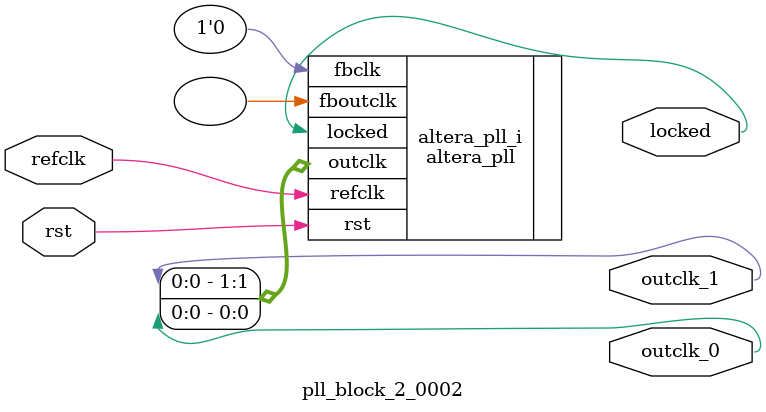
<source format=v>
`timescale 1ns/10ps
module  pll_block_2_0002(

	// interface 'refclk'
	input wire refclk,

	// interface 'reset'
	input wire rst,

	// interface 'outclk0'
	output wire outclk_0,

	// interface 'outclk1'
	output wire outclk_1,

	// interface 'locked'
	output wire locked
);

	altera_pll #(
		.fractional_vco_multiplier("false"),
		.reference_clock_frequency("100.0 MHz"),
		.operation_mode("direct"),
		.number_of_clocks(2),
		.output_clock_frequency0("125.000000 MHz"),
		.phase_shift0("0 ps"),
		.duty_cycle0(50),
		.output_clock_frequency1("10.000000 MHz"),
		.phase_shift1("0 ps"),
		.duty_cycle1(50),
		.output_clock_frequency2("0 MHz"),
		.phase_shift2("0 ps"),
		.duty_cycle2(50),
		.output_clock_frequency3("0 MHz"),
		.phase_shift3("0 ps"),
		.duty_cycle3(50),
		.output_clock_frequency4("0 MHz"),
		.phase_shift4("0 ps"),
		.duty_cycle4(50),
		.output_clock_frequency5("0 MHz"),
		.phase_shift5("0 ps"),
		.duty_cycle5(50),
		.output_clock_frequency6("0 MHz"),
		.phase_shift6("0 ps"),
		.duty_cycle6(50),
		.output_clock_frequency7("0 MHz"),
		.phase_shift7("0 ps"),
		.duty_cycle7(50),
		.output_clock_frequency8("0 MHz"),
		.phase_shift8("0 ps"),
		.duty_cycle8(50),
		.output_clock_frequency9("0 MHz"),
		.phase_shift9("0 ps"),
		.duty_cycle9(50),
		.output_clock_frequency10("0 MHz"),
		.phase_shift10("0 ps"),
		.duty_cycle10(50),
		.output_clock_frequency11("0 MHz"),
		.phase_shift11("0 ps"),
		.duty_cycle11(50),
		.output_clock_frequency12("0 MHz"),
		.phase_shift12("0 ps"),
		.duty_cycle12(50),
		.output_clock_frequency13("0 MHz"),
		.phase_shift13("0 ps"),
		.duty_cycle13(50),
		.output_clock_frequency14("0 MHz"),
		.phase_shift14("0 ps"),
		.duty_cycle14(50),
		.output_clock_frequency15("0 MHz"),
		.phase_shift15("0 ps"),
		.duty_cycle15(50),
		.output_clock_frequency16("0 MHz"),
		.phase_shift16("0 ps"),
		.duty_cycle16(50),
		.output_clock_frequency17("0 MHz"),
		.phase_shift17("0 ps"),
		.duty_cycle17(50),
		.pll_type("General"),
		.pll_subtype("General")
	) altera_pll_i (
		.rst	(rst),
		.outclk	({outclk_1, outclk_0}),
		.locked	(locked),
		.fboutclk	( ),
		.fbclk	(1'b0),
		.refclk	(refclk)
	);
endmodule


</source>
